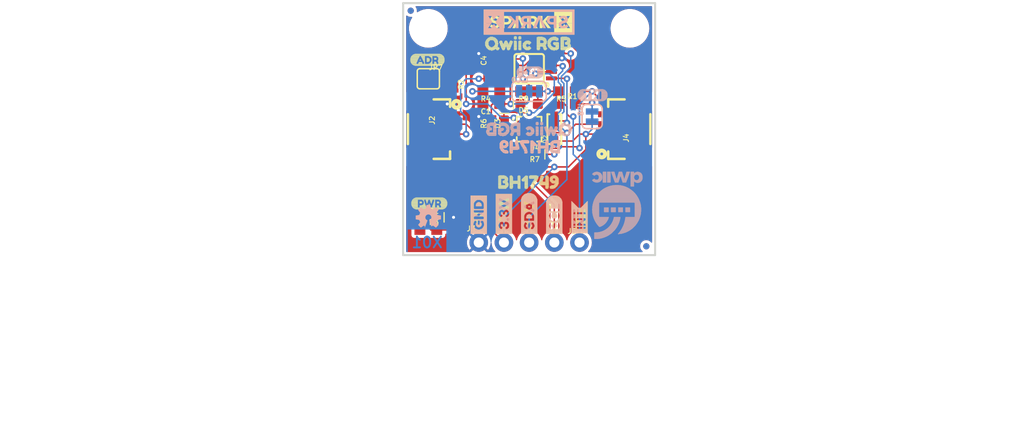
<source format=kicad_pcb>
(kicad_pcb (version 20211014) (generator pcbnew)
  (layers (0 "F.Cu" signal) (31 "B.Cu" signal) (34 "B.Paste" user) (35 "F.Paste" user) (36 "B.SilkS" user "B.Silkscreen") (37 "F.SilkS" user "F.Silkscreen") (38 "B.Mask" user) (39 "F.Mask" user) (44 "Edge.Cuts" user))
  (net 0 "")
  (net 1 "3.3V")
  (net 2 "GND")
  (net 3 "SCL")
  (net 4 "SDA")
  (net 5 "~{INT}")
  (net 6 "N$1")
  (net 7 "N$2")
  (net 8 "N$4")
  (net 9 "N$3")
  (net 10 "ADR")
  (net 11 "N$10")
  (net 12 "N$5")
  (net 13 "N$6")
  (net 14 "N$7")
  (net 15 "N$8")
  (net 16 "N$9")
  (net 17 "N$11")
  (footprint "eagleBoard:QWIIC_RGB2" (layer "F.Cu") (at 142.9131 96.3676)
    (fp_text reference "U$24" hide)
    (fp_text value "" hide)
  )
  (footprint "eagleBoard:SCL9" (layer "F.Cu") (at 151.0411 116.0526 90)
    (fp_text reference "U$26" hide)
    (fp_text value "" hide)
  )
  (footprint "eagleBoard:SPARKX-MEDIUM" (layer "F.Cu") (at 148.5011 94.2086)
    (fp_text reference "U$1" hide)
    (fp_text value "SPARKX-LOGO4" hide)
  )
  (footprint "eagleBoard:0603" (layer "F.Cu") (at 144.6911 105.0036 90)
    (fp_text reference "R6" (at 0 -0.762 90) (layer "F.SilkS") (effects (font (size 0.512064 0.512064) (thickness 0.097536)) (justify left)))
    (fp_text value "330")
    (pad "1" smd rect (at -0.85 0 90) (size 1.1 1) (layers "F.Cu" "F.Paste" "F.Mask") (net 15 "N$8"))
    (pad "2" smd rect (at 0.85 0 90) (size 1.1 1) (layers "F.Cu" "F.Paste" "F.Mask") (net 1 "3.3V"))
  )
  (footprint "eagleBoard:SMT-JUMPER_2_NO_SILK" (layer "F.Cu") (at 138.3411 99.9236)
    (fp_text reference "JP7" (at 0 -1.143) (layer "F.SilkS") (effects (font (size 0.512064 0.512064) (thickness 0.097536)) (justify left)))
    (fp_text value "ADR")
    (pad "1" smd rect (at -0.4064 0) (size 0.635 1.27) (layers "F.Cu" "F.Mask") (net 2 "GND"))
    (pad "2" smd rect (at 0.4064 0) (size 0.635 1.27) (layers "F.Cu" "F.Mask") (net 10 "ADR"))
  )
  (footprint "eagleBoard:0603" (layer "F.Cu") (at 144.6911 102.4636 180)
    (fp_text reference "C1" (at 0 -0.762) (layer "F.SilkS") (effects (font (size 0.512064 0.512064) (thickness 0.097536)) (justify right)))
    (fp_text value "0.1uF")
    (pad "1" smd rect (at -0.85 0 180) (size 1.1 1) (layers "F.Cu" "F.Paste" "F.Mask") (net 1 "3.3V"))
    (pad "2" smd rect (at 0.85 0 180) (size 1.1 1) (layers "F.Cu" "F.Paste" "F.Mask") (net 2 "GND"))
  )
  (footprint "eagleBoard:LED-0603" (layer "F.Cu") (at 148.5011 102.4636 180)
    (fp_text reference "D5" (at 0 -0.635) (layer "F.SilkS") (effects (font (size 0.512064 0.512064) (thickness 0.097536)) (justify right)))
    (fp_text value "BLUE")
    (pad "A" smd roundrect (at -0.877 0 90) (size 1 1) (layers "F.Cu" "F.Paste" "F.Mask") (roundrect_rratio 0.15) (net 17 "N$11"))
    (pad "C" smd roundrect (at 0.877 0 90) (size 1 1) (layers "F.Cu" "F.Paste" "F.Mask") (roundrect_rratio 0.15) (net 14 "N$7"))
  )
  (footprint "eagleBoard:SDA8" (layer "F.Cu") (at 148.5011 116.0526 90)
    (fp_text reference "U$27" hide)
    (fp_text value "" hide)
  )
  (footprint "eagleBoard:ADR-()-03" (layer "F.Cu") (at 136.4361 98.0186)
    (fp_text reference "U$17" hide)
    (fp_text value "" hide)
  )
  (footprint "eagleBoard:INT#-[_" (layer "F.Cu") (at 153.5811 116.1796 90)
    (fp_text reference "U$9" hide)
    (fp_text value "" hide)
  )
  (footprint "eagleBoard:0603" (layer "F.Cu") (at 152.3111 101.1936 180)
    (fp_text reference "R5" (at 0 -0.762) (layer "F.SilkS") (effects (font (size 0.512064 0.512064) (thickness 0.097536)) (justify right)))
    (fp_text value "2.2k")
    (pad "1" smd rect (at -0.85 0 180) (size 1.1 1) (layers "F.Cu" "F.Paste" "F.Mask") (net 3 "SCL"))
    (pad "2" smd rect (at 0.85 0 180) (size 1.1 1) (layers "F.Cu" "F.Paste" "F.Mask") (net 6 "N$1"))
  )
  (footprint "eagleBoard:0603" (layer "F.Cu") (at 144.6911 98.6536 90)
    (fp_text reference "C4" (at 0 -0.762 90) (layer "F.SilkS") (effects (font (size 0.512064 0.512064) (thickness 0.097536)) (justify left)))
    (fp_text value "0.1uF")
    (pad "1" smd rect (at -0.85 0 90) (size 1.1 1) (layers "F.Cu" "F.Paste" "F.Mask") (net 1 "3.3V"))
    (pad "2" smd rect (at 0.85 0 90) (size 1.1 1) (layers "F.Cu" "F.Paste" "F.Mask") (net 2 "GND"))
  )
  (footprint "eagleBoard:STAND-OFF" (layer "F.Cu") (at 158.6611 94.8436)
    (fp_text reference "JP4" hide)
    (fp_text value "STAND-OFF" hide)
    (pad "" np_thru_hole circle (at 0 0) (size 3.302 3.302) (drill 3.302) (layers *.Cu *.Mask))
  )
  (footprint "eagleBoard:0603" (layer "F.Cu") (at 140.8811 99.9236 -90)
    (fp_text reference "R2" (at 0 -0.762 90) (layer "F.SilkS") (effects (font (size 0.512064 0.512064) (thickness 0.097536)) (justify right)))
    (fp_text value "10k")
    (pad "1" smd rect (at -0.85 0 270) (size 1.1 1) (layers "F.Cu" "F.Paste" "F.Mask") (net 10 "ADR"))
    (pad "2" smd rect (at 0.85 0 270) (size 1.1 1) (layers "F.Cu" "F.Paste" "F.Mask") (net 1 "3.3V"))
  )
  (footprint "eagleBoard:1X04_1MM_RA" (layer "F.Cu") (at 156.1211 105.0036 90)
    (fp_text reference "J4" (at -1.397 2.159 90) (layer "F.SilkS") (effects (font (size 0.512064 0.512064) (thickness 0.097536)) (justify left)))
    (fp_text value "SMD")
    (pad "1" smd rect (at -1.5 0 90) (size 0.6 1.35) (layers "F.Cu" "F.Paste" "F.Mask") (net 2 "GND"))
    (pad "2" smd rect (at -0.5 0 90) (size 0.6 1.35) (layers "F.Cu" "F.Paste" "F.Mask") (net 1 "3.3V"))
    (pad "3" smd rect (at 0.5 0 90) (size 0.6 1.35) (layers "F.Cu" "F.Paste" "F.Mask") (net 4 "SDA"))
    (pad "4" smd rect (at 1.5 0 90) (size 0.6 1.35) (layers "F.Cu" "F.Paste" "F.Mask") (net 3 "SCL"))
    (pad "NC1" smd rect (at 2.8 3.675 90) (size 1.2 2) (layers "F.Cu" "F.Paste" "F.Mask"))
    (pad "NC2" smd rect (at -2.8 3.675 90) (size 1.2 2) (layers "F.Cu" "F.Paste" "F.Mask"))
  )
  (footprint "eagleBoard:0603" (layer "F.Cu") (at 144.6911 101.1936 180)
    (fp_text reference "R4" (at 0 -0.762) (layer "F.SilkS") (effects (font (size 0.512064 0.512064) (thickness 0.097536)) (justify right)))
    (fp_text value "2.2k")
    (pad "1" smd rect (at -0.85 0 180) (size 1.1 1) (layers "F.Cu" "F.Paste" "F.Mask") (net 4 "SDA"))
    (pad "2" smd rect (at 0.85 0 180) (size 1.1 1) (layers "F.Cu" "F.Paste" "F.Mask") (net 7 "N$2"))
  )
  (footprint "eagleBoard:STAND-OFF" (layer "F.Cu") (at 138.3411 94.8436)
    (fp_text reference "JP3" hide)
    (fp_text value "STAND-OFF" hide)
    (pad "" np_thru_hole circle (at 0 0) (size 3.302 3.302) (drill 3.302) (layers *.Cu *.Mask))
  )
  (footprint "eagleBoard:BH17493" (layer "F.Cu") (at 144.1831 110.3376)
    (fp_text reference "U$13" hide)
    (fp_text value "" hide)
  )
  (footprint "eagleBoard:0603" (layer "F.Cu") (at 138.3411 115.1636)
    (fp_text reference "R3" (at 0 -0.762) (layer "F.SilkS") (effects (font (size 0.512064 0.512064) (thickness 0.097536)) (justify left)))
    (fp_text value "1k")
    (pad "1" smd rect (at -0.85 0) (size 1.1 1) (layers "F.Cu" "F.Paste" "F.Mask") (net 9 "N$3"))
    (pad "2" smd rect (at 0.85 0) (size 1.1 1) (layers "F.Cu" "F.Paste" "F.Mask") (net 1 "3.3V"))
  )
  (footprint "eagleBoard:3#3V2" (layer "F.Cu") (at 145.9611 116.0526 90)
    (fp_text reference "U$21" hide)
    (fp_text value "" hide)
  )
  (footprint "eagleBoard:0603" (layer "F.Cu") (at 152.3111 102.4636)
    (fp_text reference "R1" (at 0 -0.762) (layer "F.SilkS") (effects (font (size 0.512064 0.512064) (thickness 0.097536)) (justify left)))
    (fp_text value "10k")
    (pad "1" smd rect (at -0.85 0) (size 1.1 1) (layers "F.Cu" "F.Paste" "F.Mask") (net 5 "~{INT}"))
    (pad "2" smd rect (at 0.85 0) (size 1.1 1) (layers "F.Cu" "F.Paste" "F.Mask") (net 8 "N$4"))
  )
  (footprint "eagleBoard:CREATIVE_COMMONS" (layer "F.Cu") (at 115.4811 135.4836)
    (fp_text reference "FRAME1" hide)
    (fp_text value "FRAME-LETTER" hide)
  )
  (footprint "eagleBoard:MICRO-FIDUCIAL" (layer "F.Cu") (at 136.5631 93.0656)
    (fp_text reference "JP6" hide)
    (fp_text value "FIDUCIALUFIDUCIAL" hide)
    (pad "1" smd roundrect (at 0 0) (size 0.635 0.635) (layers "F.Cu" "F.Mask") (roundrect_rratio 0.5))
  )
  (footprint "eagleBoard:BH1749NUC" (layer "F.Cu") (at 148.5011 105.0036)
    (fp_text reference "U1" (at -1 -1.5) (layer "F.SilkS") (effects (font (size 0.470611 0.470611) (thickness 0.037389)) (justify left)))
    (fp_text value "BH1749NUC")
    (pad "1" smd rect (at -0.85 -0.75 180) (size 0.5 0.25) (layers "F.Cu" "F.Paste" "F.Mask") (net 10 "ADR"))
    (pad "2" smd rect (at -0.85 -0.25 180) (size 0.5 0.25) (layers "F.Cu" "F.Paste" "F.Mask") (net 1 "3.3V"))
    (pad "3" smd rect (at -0.85 0.25 180) (size 0.5 0.25) (layers "F.Cu" "F.Paste" "F.Mask") (net 2 "GND"))
    (pad "4" smd rect (at -0.85 0.75 180) (size 0.5 0.25) (layers "F.Cu" "F.Paste" "F.Mask") (net 2 "GND"))
    (pad "5" smd rect (at 0.85 0.75) (size 0.5 0.25) (layers "F.Cu" "F.Paste" "F.Mask") (net 3 "SCL"))
    (pad "6" smd rect (at 0.85 0.25) (size 0.5 0.25) (layers "F.Cu" "F.Paste" "F.Mask") (net 4 "SDA"))
    (pad "7" smd rect (at 0.85 -0.25) (size 0.5 0.25) (layers "F.Cu" "F.Paste" "F.Mask") (net 5 "~{INT}"))
    (pad "8" smd rect (at 0.85 -0.75) (size 0.5 0.25) (layers "F.Cu" "F.Paste" "F.Mask"))
  )
  (footprint "eagleBoard:0603" (layer "F.Cu") (at 148.5011 101.1936 180)
    (fp_text reference "R8" (at 0 -0.762) (layer "F.SilkS") (effects (font (size 0.512064 0.512064) (thickness 0.097536)) (justify right)))
    (fp_text value "330")
    (pad "1" smd rect (at -0.85 0 180) (size 1.1 1) (layers "F.Cu" "F.Paste" "F.Mask") (net 17 "N$11"))
    (pad "2" smd rect (at 0.85 0 180) (size 1.1 1) (layers "F.Cu" "F.Paste" "F.Mask") (net 1 "3.3V"))
  )
  (footprint "eagleBoard:MICRO-FIDUCIAL" (layer "F.Cu") (at 160.3121 116.8146)
    (fp_text reference "JP2" hide)
    (fp_text value "FIDUCIALUFIDUCIAL" hide)
    (pad "1" smd roundrect (at 0 0) (size 0.635 0.635) (layers "F.Cu" "F.Mask") (roundrect_rratio 0.5))
  )
  (footprint "eagleBoard:LED-0603" (layer "F.Cu") (at 145.9611 105.0036 90)
    (fp_text reference "D3" (at 0 -0.635 90) (layer "F.SilkS") (effects (font (size 0.512064 0.512064) (thickness 0.097536)) (justify left)))
    (fp_text value "RED")
    (pad "A" smd roundrect (at -0.877 0) (size 1 1) (layers "F.Cu" "F.Paste" "F.Mask") (roundrect_rratio 0.15) (net 15 "N$8"))
    (pad "C" smd roundrect (at 0.877 0) (size 1 1) (layers "F.Cu" "F.Paste" "F.Mask") (roundrect_rratio 0.15) (net 12 "N$5"))
  )
  (footprint "eagleBoard:1X04_NO_SILK" (layer "F.Cu") (at 143.4211 116.4336)
    (fp_text reference "J3" (at -1.27 -1.397) (layer "F.SilkS") (effects (font (size 0.512064 0.512064) (thickness 0.097536)) (justify left)))
    (fp_text value "PTH")
    (pad "1" thru_hole circle (at 0 0 90) (size 1.8796 1.8796) (drill 1.016) (layers *.Cu *.Mask) (net 2 "GND"))
    (pad "2" thru_hole circle (at 2.54 0 90) (size 1.8796 1.8796) (drill 1.016) (layers *.Cu *.Mask) (net 1 "3.3V"))
    (pad "3" thru_hole circle (at 5.08 0 90) (size 1.8796 1.8796) (drill 1.016) (layers *.Cu *.Mask) (net 4 "SDA"))
    (pad "4" thru_hole circle (at 7.62 0 90) (size 1.8796 1.8796) (drill 1.016) (layers *.Cu *.Mask) (net 3 "SCL"))
  )
  (footprint "eagleBoard:1X01_NO_SILK" (layer "F.Cu") (at 153.5811 116.4336)
    (fp_text reference "J5" (at -1.27 -1.143) (layer "F.SilkS") (effects (font (size 0.512064 0.512064) (thickness 0.097536)) (justify left)))
    (fp_text value "")
    (pad "1" thru_hole circle (at 0 0 90) (size 1.8796 1.8796) (drill 1.016) (layers *.Cu *.Mask) (net 5 "~{INT}"))
  )
  (footprint "eagleBoard:0603" (layer "F.Cu") (at 148.5011 108.8136)
    (fp_text reference "R7" (at 0 -0.762) (layer "F.SilkS") (effects (font (size 0.512064 0.512064) (thickness 0.097536)) (justify left)))
    (fp_text value "330")
    (pad "1" smd rect (at -0.85 0) (size 1.1 1) (layers "F.Cu" "F.Paste" "F.Mask") (net 16 "N$9"))
    (pad "2" smd rect (at 0.85 0) (size 1.1 1) (layers "F.Cu" "F.Paste" "F.Mask") (net 1 "3.3V"))
  )
  (footprint "eagleBoard:SUPER_BRIGHT_SMD_LED_1206" (layer "F.Cu") (at 151.0411 105.0036 90)
    (fp_text reference "D2" (at -1.5 -0.9 90) (layer "F.SilkS") (effects (font (size 0.44323 0.44323) (thickness 0.06477)) (justify left)))
    (fp_text value "5700k")
    (pad "A" smd rect (at -1.2 0 180) (size 0.8 1) (layers "F.Cu" "F.Mask") (net 1 "3.3V"))
    (pad "C" smd rect (at 0.827 0 180) (size 0.8 1.9) (layers "F.Cu" "F.Mask") (net 11 "N$10"))
  )
  (footprint "eagleBoard:1X04_1MM_RA" (layer "F.Cu") (at 140.8811 105.0036 -90)
    (fp_text reference "J2" (at -1.397 2.159 90) (layer "F.SilkS") (effects (font (size 0.512064 0.512064) (thickness 0.097536)) (justify right)))
    (fp_text value "SMD")
    (pad "1" smd rect (at -1.5 0 270) (size 0.6 1.35) (layers "F.Cu" "F.Paste" "F.Mask") (net 2 "GND"))
    (pad "2" smd rect (at -0.5 0 270) (size 0.6 1.35) (layers "F.Cu" "F.Paste" "F.Mask") (net 1 "3.3V"))
    (pad "3" smd rect (at 0.5 0 270) (size 0.6 1.35) (layers "F.Cu" "F.Paste" "F.Mask") (net 4 "SDA"))
    (pad "4" smd rect (at 1.5 0 270) (size 0.6 1.35) (layers "F.Cu" "F.Paste" "F.Mask") (net 3 "SCL"))
    (pad "NC1" smd rect (at 2.8 3.675 270) (size 1.2 2) (layers "F.Cu" "F.Paste" "F.Mask"))
    (pad "NC2" smd rect (at -2.8 3.675 270) (size 1.2 2) (layers "F.Cu" "F.Paste" "F.Mask"))
  )
  (footprint "eagleBoard:LED-0603" (layer "F.Cu") (at 138.3411 113.8936)
    (fp_text reference "D1" (at 0 -0.635) (layer "F.SilkS") (effects (font (size 0.512064 0.512064) (thickness 0.097536)) (justify left)))
    (fp_text value "RED")
    (pad "A" smd roundrect (at -0.877 0 270) (size 1 1) (layers "F.Cu" "F.Paste" "F.Mask") (roundrect_rratio 0.15) (net 9 "N$3"))
    (pad "C" smd roundrect (at 0.877 0 270) (size 1 1) (layers "F.Cu" "F.Paste" "F.Mask") (roundrect_rratio 0.15) (net 2 "GND"))
  )
  (footprint "eagleBoard:GND1" (layer "F.Cu") (at 143.4211 116.0526 90)
    (fp_text reference "U$22" hide)
    (fp_text value "" hide)
  )
  (footprint "eagleBoard:LED-0603" (layer "F.Cu") (at 148.5011 107.5436)
    (fp_text reference "D4" (at 0 -0.635) (layer "F.SilkS") (effects (font (size 0.512064 0.512064) (thickness 0.097536)) (justify left)))
    (fp_text value "GREEN")
    (pad "A" smd roundrect (at -0.877 0 270) (size 1 1) (layers "F.Cu" "F.Paste" "F.Mask") (roundrect_rratio 0.15) (net 16 "N$9"))
    (pad "C" smd roundrect (at 0.877 0 270) (size 1 1) (layers "F.Cu" "F.Paste" "F.Mask") (roundrect_rratio 0.15) (net 13 "N$6"))
  )
  (footprint "eagleBoard:PWR-()-03" (layer "F.Cu") (at 136.5631 112.4966)
    (fp_text reference "U$16" hide)
    (fp_text value "" hide)
  )
  (footprint "eagleBoard:MSOP8" (layer "F.Cu") (at 148.5011 98.9076 180)
    (fp_text reference "U2" (at -1.143 -0.762) (layer "F.SilkS") (effects (font (size 0.470611 0.470611) (thickness 0.037389)) (justify right)))
    (fp_text value "PCA9536")
    (pad "1" smd rect (at -2.25 -0.975 90) (size 0.4 1.1) (layers "F.Cu" "F.Paste" "F.Mask") (net 11 "N$10"))
    (pad "2" smd rect (at -2.25 -0.325 90) (size 0.4 1.1) (layers "F.Cu" "F.Paste" "F.Mask") (net 12 "N$5"))
    (pad "3" smd rect (at -2.25 0.325 90) (size 0.4 1.1) (layers "F.Cu" "F.Paste" "F.Mask") (net 13 "N$6"))
    (pad "4" smd rect (at -2.25 0.975 90) (size 0.4 1.1) (layers "F.Cu" "F.Paste" "F.Mask") (net 2 "GND"))
    (pad "5" smd rect (at 2.25 0.975 90) (size 0.4 1.1) (layers "F.Cu" "F.Paste" "F.Mask") (net 14 "N$7"))
    (pad "6" smd rect (at 2.25 0.325 90) (size 0.4 1.1) (layers "F.Cu" "F.Paste" "F.Mask") (net 3 "SCL"))
    (pad "7" smd rect (at 2.25 -0.325 90) (size 0.4 1.1) (layers "F.Cu" "F.Paste" "F.Mask") (net 4 "SDA"))
    (pad "8" smd rect (at 2.25 -0.975 90) (size 0.4 1.1) (layers "F.Cu" "F.Paste" "F.Mask") (net 1 "3.3V"))
  )
  (footprint "eagleBoard:SDA8" (layer "B.Cu") (at 148.5011 116.0526 90)
    (fp_text reference "U$5" hide)
    (fp_text value "" hide)
  )
  (footprint "eagleBoard:MICRO-FIDUCIAL" (layer "B.Cu") (at 136.5631 93.0656 180)
    (fp_text reference "JP1" hide)
    (fp_text value "FIDUCIALUFIDUCIAL" hide)
    (pad "1" smd roundrect (at 0 0 180) (size 0.635 0.635) (layers "B.Cu" "B.Mask") (roundrect_rratio 0.5))
  )
  (footprint "eagleBoard:GND1" (layer "B.Cu") (at 143.4211 116.0526 90)
    (fp_text reference "U$3" hide)
    (fp_text value "" hide)
  )
  (footprint "eagleBoard:INT0" (layer "B.Cu") (at 156.5021 101.5746 180)
    (fp_text reference "U$20" hide)
    (fp_text value "" hide)
  )
  (footprint "eagleBoard:OSHW-LOGO-MINI" (layer "B.Cu") (at 138.3411 113.8936 180)
    (fp_text reference "LOGO1" hide)
    (fp_text value "OSHW-LOGOMINI" hide)
  )
  (footprint "eagleBoard:MICRO-FIDUCIAL" (layer "B.Cu") (at 160.3121 116.8146 180)
    (fp_text reference "JP5" hide)
    (fp_text value "FIDUCIALUFIDUCIAL" hide)
    (pad "1" smd roundrect (at 0 0 180) (size 0.635 0.635) (layers "B.Cu" "B.Mask") (roundrect_rratio 0.5))
  )
  (footprint "eagleBoard:SCL9" (layer "B.Cu") (at 151.0411 116.0526 90)
    (fp_text reference "U$6" hide)
    (fp_text value "" hide)
  )
  (footprint "eagleBoard:INT#-[_" (layer "B.Cu") (at 153.5811 116.1796 90)
    (fp_text reference "U$7" hide)
    (fp_text value "" hide)
  )
  (footprint "eagleBoard:BH17493" (layer "B.Cu") (at 152.8191 106.7816 180)
    (fp_text reference "U$11" hide)
    (fp_text value "" hide)
  )
  (footprint "eagleBoard:SPARKX-MEDIUM" (layer "B.Cu") (at 148.5011 94.2086 180)
    (fp_text reference "U$2" hide)
    (fp_text value "SPARKX-LOGO4" hide)
  )
  (footprint "eagleBoard:I_SUPER2_C-()-03" (layer "B.Cu") (at 150.0251 99.2886 180)
    (fp_text reference "U$10" hide)
    (fp_text value "" hide)
  )
  (footprint "eagleBoard:QWIIC-LOGO-MEDIUM" (layer "B.Cu") (at 157.3911 112.6236 180)
    (fp_text reference "U$8" hide)
    (fp_text value "" hide)
  )
  (footprint "eagleBoard:SMT-JUMPER_2_NC_TRACE_SILK" (layer "B.Cu") (at 154.8511 103.7336 -90)
    (fp_text reference "JP8" (at 0 1.143 -270) (layer "B.SilkS") (effects (font (size 0.512064 0.512064) (thickness 0.097536)) (justify right mirror)))
    (fp_text value "INT")
    (fp_poly (pts (xy -0.2032 -0.127) (xy 0.2032 -0.127) (xy 0.2032 0.127) (xy -0.2032 0.127)) (layer "B.Cu") (width 0) (fill solid))
    (pad "1" smd rect (at -0.508 0 270) (size 0.635 1.27) (layers "B.Cu" "B.Mask") (net 8 "N$4"))
    (pad "2" smd rect (at 0.508 0 270) (size 0.635 1.27) (layers "B.Cu" "B.Mask") (net 1 "3.3V"))
  )
  (footprint "eagleBoard:3#3V2" (layer "B.Cu") (at 145.9611 116.0526 90)
    (fp_text reference "U$4" hide)
    (fp_text value "" hide)
  )
  (footprint "eagleBoard:QWIIC_RGB2" (layer "B.Cu") (at 153.9621 105.0036 180)
    (fp_text reference "U$12" hide)
    (fp_text value "" hide)
  )
  (footprint "eagleBoard:SMT-JUMPER_3_2-NC_TRACE_SILK" (layer "B.Cu") (at 148.5011 101.1936 180)
    (fp_text reference "I2C0" (at 0 1.143) (layer "B.SilkS") (effects (font (size 0.512064 0.512064) (thickness 0.097536)) (justify left mirror)))
    (fp_text value "")
    (fp_poly (pts (xy -0.7112 -0.127) (xy -0.3048 -0.127) (xy -0.3048 0.127) (xy -0.7112 0.127)) (layer "B.Cu") (width 0) (fill solid))
    (fp_poly (pts (xy 0.3048 -0.127) (xy 0.7112 -0.127) (xy 0.7112 0.127) (xy 0.3048 0.127)) (layer "B.Cu") (width 0) (fill solid))
    (pad "1" smd rect (at -1.016 0 180) (size 0.635 1.27) (layers "B.Cu" "B.Mask") (net 6 "N$1"))
    (pad "2" smd rect (at 0 0 180) (size 0.635 1.27) (layers "B.Cu" "B.Mask") (net 1 "3.3V"))
    (pad "3" smd rect (at 1.016 0 180) (size 0.635 1.27) (layers "B.Cu" "B.Mask") (net 7 "N$2"))
  )
  (gr_line (start 135.8011 92.3036) (end 161.2011 92.3036) (layer "Edge.Cuts") (width 0.2032))
  (gr_line (start 135.8011 117.7036) (end 135.8011 92.3036) (layer "Edge.Cuts") (width 0.2032))
  (gr_line (start 161.2011 117.7036) (end 135.8011 117.7036) (layer "Edge.Cuts") (width 0.2032))
  (gr_line (start 161.2011 92.3036) (end 161.2011 117.7036) (layer "Edge.Cuts") (width 0.2032))
  (gr_text "X01" (at 138.2141 116.4336) (layer "B.Cu") (effects (font (size 1.0795 1.0795) (thickness 0.1905)) (justify mirror)))
  (segment (start 145.2011 99.5036) (end 145.5801 99.8826) (width 0.1524) (layer "F.Cu") (net 1))
  (segment (start 152.8891 106.2036) (end 151.0411 106.2036) (width 0.1524) (layer "F.Cu") (net 1))
  (segment (start 149.3511 108.8136) (end 151.0411 108.8136) (width 0.1524) (layer "F.Cu") (net 1))
  (segment (start 138.3411 114.9096) (end 138.3411 109.5756) (width 0.1524) (layer "F.Cu") (net 1))
  (segment (start 144.6911 99.5036) (end 145.2011 99.5036) (width 0.1524) (layer "F.Cu") (net 1))
  (segment (start 153.5891 105.5036) (end 152.8891 106.2036) (width 0.1524) (layer "F.Cu") (net 1))
  (segment (start 140.8811 100.7736) (end 140.8421 100.8126) (width 0.1524) (layer "F.Cu") (net 1))
  (segment (start 144.6911 102.5906) (end 144.8181 102.4636) (width 0.1524) (layer "F.Cu") (net 1))
  (segment (start 146.2511 99.8826) (end 146.2511 100.2136) (width 0.1524) (layer "F.Cu") (net 1))
  (segment (start 140.8811 104.5036) (end 139.2301 104.5036) (width 0.1524) (layer "F.Cu") (net 1))
  (segment (start 139.6111 100.8126) (end 139.2301 101.1936) (width 0.1524) (layer "F.Cu") (net 1))
  (segment (start 156.1211 105.5036) (end 154.2161 105.5036) (width 0.1524) (layer "F.Cu") (net 1))
  (segment (start 152.466368 108.8136) (end 154.2161 107.063869) (width 0.1524) (layer "F.Cu") (net 1))
  (segment (start 144.6911 104.1536) (end 144.6911 105.0036) (width 0.1524) (layer "F.Cu") (net 1))
  (segment (start 146.5961 102.4182) (end 146.6415 102.4636) (width 0.1524) (layer "F.Cu") (net 1))
  (segment (start 139.1911 115.1636) (end 144.6911 115.1636) (width 0.1524) (layer "F.Cu") (net 1))
  (segment (start 142.1511 104.4956) (end 142.1431 104.5036) (width 0.1524) (layer "F.Cu") (net 1))
  (segment (start 146.2511 100.2136) (end 146.5961 100.5586) (width 0.1524) (layer "F.Cu") (net 1))
  (segment (start 144.6911 105.0036) (end 146.971968 105.0036) (width 0.1524) (layer "F.Cu") (net 1))
  (segment (start 147.6511 101.1936) (end 146.5961 101.1936) (width 0.1524) (layer "F.Cu") (net 1))
  (segment (start 154.2161 107.063869) (end 154.2161 105.5036) (width 0.1524) (layer "F.Cu") (net 1))
  (segment (start 139.2301 108.6866) (end 139.2301 104.5036) (width 0.1524) (layer "F.Cu") (net 1))
  (segment (start 146.971968 105.0036) (end 147.221968 104.7536) (width 0.1524) (layer "F.Cu") (net 1))
  (segment (start 142.6591 105.0036) (end 142.1511 104.4956) (width 0.1524) (layer "F.Cu") (net 1))
  (segment (start 139.1911 115.1636) (end 138.5951 115.1636) (width 0.1524) (layer "F.Cu") (net 1))
  (segment (start 146.2511 99.8826) (end 145.5801 99.8826) (width 0.1524) (layer "F.Cu") (net 1))
  (segment (start 140.8421 100.8126) (end 139.6111 100.8126) (width 0.1524) (layer "F.Cu") (net 1))
  (segment (start 147.221968 104.7536) (end 147.6511 104.7536) (width 0.1524) (layer "F.Cu") (net 1))
  (segment (start 138.5951 115.1636) (end 138.3411 114.9096) (width 0.1524) (layer "F.Cu") (net 1))
  (segment (start 142.1431 104.5036) (end 140.8811 104.5036) (width 0.1524) (layer "F.Cu") (net 1))
  (segment (start 145.5411 102.4636) (end 146.6415 102.4636) (width 0.1524) (layer "F.Cu") (net 1))
  (segment (start 154.2161 105.5036) (end 153.5891 105.5036) (width 0.1524) (layer "F.Cu") (net 1))
  (segment (start 146.5961 101.1936) (end 146.5961 102.4182) (width 0.1524) (layer "F.Cu") (net 1))
  (segment (start 144.6911 105.0036) (end 142.6591 105.0036) (width 0.1524) (layer "F.Cu") (net 1))
  (segment (start 144.6911 104.1536) (end 144.6911 102.5906) (width 0.1524) (layer "F.Cu") (net 1))
  (segment (start 144.6911 115.1636) (end 145.9611 116.4336) (width 0.1524) (layer "F.Cu") (net 1))
  (segment (start 138.3411 109.5756) (end 139.2301 108.6866) (width 0.1524) (layer "F.Cu") (net 1))
  (segment (start 144.8181 102.4636) (end 145.5411 102.4636) (width 0.1524) (layer "F.Cu") (net 1))
  (segment (start 151.0411 108.8136) (end 152.466368 108.8136) (width 0.1524) (layer "F.Cu") (net 1))
  (segment (start 139.2301 104.5036) (end 139.2301 101.1936) (width 0.1524) (layer "F.Cu") (net 1))
  (segment (start 146.5961 100.5586) (end 146.5961 101.1936) (width 0.1524) (layer "F.Cu") (net 1))
  (via (at 146.6415 102.4636) (size 0.6604) (drill 0.3048) (layers "F.Cu" "B.Cu") (net 1))
  (via (at 151.0411 108.8136) (size 0.6604) (drill 0.3048) (layers "F.Cu" "B.Cu") (net 1))
  (via (at 154.2161 105.5036) (size 0.6604) (drill 0.3048) (layers "F.Cu" "B.Cu") (net 1))
  (segment (start 154.8511 104.2416) (end 154.8511 105.0036) (width 0.1524) (layer "B.Cu") (net 1))
  (segment (start 145.9611 113.8936) (end 145.9611 116.4336) (width 0.1524) (layer "B.Cu") (net 1))
  (segment (start 146.6415 102.4636) (end 148.2471 102.4636) (width 0.1524) (layer "B.Cu") (net 1))
  (segment (start 148.5011 102.2096) (end 148.5011 101.1936) (width 0.1524) (layer "B.Cu") (net 1))
  (segment (start 154.8511 105.0036) (end 154.3511 105.5036) (width 0.1524) (layer "B.Cu") (net 1))
  (segment (start 148.2471 102.4636) (end 148.5011 102.2096) (width 0.1524) (layer "B.Cu") (net 1))
  (segment (start 154.3511 105.5036) (end 154.2161 105.5036) (width 0.1524) (layer "B.Cu") (net 1))
  (segment (start 151.0411 108.8136) (end 145.9611 113.8936) (width 0.1524) (layer "B.Cu") (net 1))
  (segment (start 150.7511 97.9326) (end 151.7113 97.9326) (width 0.1524) (layer "F.Cu") (net 2))
  (segment (start 151.7113 97.9326) (end 151.8031 97.8408) (width 0.1524) (layer "F.Cu") (net 2))
  (via (at 146.9771 106.1466) (size 0.6604) (drill 0.3048) (layers "F.Cu" "B.Cu") (net 2))
  (via (at 143.4211 103.7336) (size 0.6604) (drill 0.3048) (layers "F.Cu" "B.Cu") (net 2))
  (via (at 143.4211 97.3836) (size 0.6604) (drill 0.3048) (layers "F.Cu" "B.Cu") (net 2))
  (via (at 140.2461 102.4636) (size 0.6604) (drill 0.3048) (layers "F.Cu" "B.Cu") (net 2))
  (via (at 140.8811 113.8936) (size 0.6604) (drill 0.3048) (layers "F.Cu" "B.Cu") (net 2))
  (via (at 151.8031 97.8408) (size 0.6604) (drill 0.3048) (layers "F.Cu" "B.Cu") (net 2))
  (segment (start 153.4541 106.7816) (end 151.686387 106.7816) (width 0.1524) (layer "F.Cu") (net 3))
  (segment (start 150.0251 105.8926) (end 150.0251 106.7816) (width 0.1524) (layer "F.Cu") (net 3))
  (segment (start 153.5811 106.9086) (end 153.4541 106.7816) (width 0.1524) (layer "F.Cu") (net 3))
  (segment (start 148.5011 110.0836) (end 151.0411 112.6236) (width 0.1524) (layer "F.Cu") (net 3))
  (segment (start 150.546412 106.9322) (end 150.395812 106.7816) (width 0.1524) (layer "F.Cu") (net 3))
  (segment (start 151.0411 112.6236) (end 151.0411 116.4336) (width 0.1524) (layer "F.Cu") (net 3))
  (segment (start 153.1611 101.1936) (end 154.8511 101.1936) (width 0.1524) (layer "F.Cu") (net 3))
  (segment (start 154.8511 101.1936) (end 156.1211 102.4636) (width 0.1524) (layer "F.Cu") (net 3))
  (segment (start 150.0251 96.6216) (end 152.8191 96.6216) (width 0.1524) (layer "F.Cu") (net 3))
  (segment (start 149.3511 105.7536) (end 149.8861 105.7536) (width 0.1524) (layer "F.Cu") (net 3))
  (segment (start 153.5811 97.3836) (end 153.5811 99.5426) (width 0.1524) (layer "F.Cu") (net 3))
  (segment (start 156.1211 102.4636) (end 156.1211 103.5036) (width 0.1524) (layer "F.Cu") (net 3))
  (segment (start 151.535787 106.9322) (end 150.546412 106.9322) (width 0.1524) (layer "F.Cu") (net 3))
  (segment (start 148.5011 106.7816) (end 148.5011 110.0836) (width 0.1524) (layer "F.Cu") (net 3))
  (segment (start 143.4211 106.7816) (end 148.5011 106.7816) (width 0.1524) (layer "F.Cu") (net 3))
  (segment (start 146.2511 98.5826) (end 148.0641 98.5826) (width 0.1524) (layer "F.Cu") (net 3))
  (segment (start 143.1431 106.5036) (end 143.4211 106.7816) (width 0.1524) (layer "F.Cu") (net 3))
  (segment (start 148.0641 98.5826) (end 150.0251 96.6216) (width 0.1524) (layer "F.Cu") (net 3))
  (segment (start 151.686387 106.7816) (end 151.535787 106.9322) (width 0.1524) (layer "F.Cu") (net 3))
  (segment (start 153.1611 99.9626) (end 153.5811 99.5426) (width 0.1524) (layer "F.Cu") (net 3))
  (segment (start 150.0251 106.7816) (end 148.5011 106.7816) (width 0.1524) (layer "F.Cu") (net 3))
  (segment (start 149.8861 105.7536) (end 150.0251 105.8926) (width 0.1524) (layer "F.Cu") (net 3))
  (segment (start 140.8811 106.5036) (end 143.1431 106.5036) (width 0.1524) (layer "F.Cu") (net 3))
  (segment (start 152.8191 96.6216) (end 153.5811 97.3836) (width 0.1524) (layer "F.Cu") (net 3))
  (segment (start 153.1611 101.1936) (end 153.1611 99.9626) (width 0.1524) (layer "F.Cu") (net 3))
  (segment (start 150.395812 106.7816) (end 150.0251 106.7816) (width 0.1524) (layer "F.Cu") (net 3))
  (via (at 154.8511 101.1936) (size 0.6604) (drill 0.3048) (layers "F.Cu" "B.Cu") (net 3))
  (via (at 153.5811 106.9086) (size 0.6604) (drill 0.3048) (layers "F.Cu" "B.Cu") (net 3))
  (segment (start 154.8511 101.1936) (end 153.5811 102.4636) (width 0.1524) (layer "B.Cu") (net 3))
  (segment (start 153.5811 102.4636) (end 153.5811 106.9086) (width 0.1524) (layer "B.Cu") (net 3))
  (segment (start 152.3111 105.3846) (end 152.2429 105.3846) (width 0.1524) (layer "F.Cu") (net 4))
  (segment (start 149.3511 105.2536) (end 150.444812 105.2536) (width 0.1524) (layer "F.Cu") (net 4))
  (segment (start 144.096412 98.725) (end 145.285787 98.725) (width 0.1524) (layer "F.Cu") (net 4))
  (segment (start 140.8811 105.5036) (end 142.1431 105.5036) (width 0.1524) (layer "F.Cu") (net 4))
  (segment (start 152.136168 97.3836) (end 152.6921 97.3836) (width 0.1524) (layer "F.Cu") (net 4))
  (segment (start 152.2135 105.3552) (end 150.546412 105.3552) (width 0.1524) (layer "F.Cu") (net 4))
  (segment (start 144.096412 100.2822) (end 143.9625 100.148288) (width 0.1524) (layer "F.Cu") (net 4))
  (segment (start 153.1921 104.5036) (end 156.1211 104.5036) (width 0.1524) (layer "F.Cu") (net 4))
  (segment (start 145.285787 98.725) (end 145.793387 99.2326) (width 0.1524) (layer "F.Cu") (net 4))
  (segment (start 144.6297 100.2822) (end 144.096412 100.2822) (width 0.1524) (layer "F.Cu") (net 4))
  (segment (start 149.8727 97.282) (end 152.034568 97.282) (width 0.1524) (layer "F.Cu") (net 4))
  (segment (start 143.4211 99.9236) (end 143.9625 99.9236) (width 0.1524) (layer "F.Cu") (net 4))
  (segment (start 153.1921 104.5036) (end 152.3111 105.3846) (width 0.1524) (layer "F.Cu") (net 4))
  (segment (start 152.2429 105.3846) (end 152.2135 105.3552) (width 0.1524) (layer "F.Cu") (net 4))
  (segment (start 150.444812 105.2536) (end 150.546412 105.3552) (width 0.1524) (layer "F.Cu") (net 4))
  (segment (start 147.9221 99.2326) (end 149.8727 97.282) (width 0.1524) (layer "F.Cu") (net 4))
  (segment (start 145.793387 99.2326) (end 146.2511 99.2326) (width 0.1524) (layer "F.Cu") (net 4))
  (segment (start 145.5411 101.1936) (end 144.6297 100.2822) (width 0.1524) (layer "F.Cu") (net 4))
  (segment (start 146.2511 99.2326) (end 147.9221 99.2326) (width 0.1524) (layer "F.Cu") (net 4))
  (segment (start 143.9625 98.858913) (end 144.096412 98.725) (width 0.1524) (layer "F.Cu") (net 4))
  (segment (start 143.9625 99.9236) (end 143.9625 98.858913) (width 0.1524) (layer "F.Cu") (net 4))
  (segment (start 143.9625 100.148288) (end 143.9625 99.9236) (width 0.1524) (layer "F.Cu") (net 4))
  (segment (start 152.034568 97.282) (end 152.136168 97.3836) (width 0.1524) (layer "F.Cu") (net 4))
  (segment (start 142.1431 105.5036) (end 142.1511 105.5116) (width 0.1524) (layer "F.Cu") (net 4))
  (via (at 152.6921 97.3836) (size 0.6604) (drill 0.3048) (layers "F.Cu" "B.Cu") (net 4))
  (via (at 152.3111 105.3846) (size 0.6604) (drill 0.3048) (layers "F.Cu" "B.Cu") (net 4))
  (via (at 143.4211 99.9236) (size 0.6604) (drill 0.3048) (layers "F.Cu" "B.Cu") (net 4))
  (via (at 142.1511 105.5116) (size 0.6604) (drill 0.3048) (layers "F.Cu" "B.Cu") (net 4))
  (segment (start 151.7523 100.155069) (end 152.0063 100.409069) (width 0.1524) (layer "B.Cu") (net 4))
  (segment (start 142.1511 99.9236) (end 143.4211 99.9236) (width 0.1524) (layer "B.Cu") (net 4))
  (segment (start 148.5011 116.4336) (end 148.5011 113.8936) (width 0.1524) (layer "B.Cu") (net 4))
  (segment (start 151.7523 103.502132) (end 151.7523 104.854069) (width 0.1524) (layer "B.Cu") (net 4))
  (segment (start 152.6921 97.3836) (end 152.6921 98.752332) (width 0.1524) (layer "B.Cu") (net 4))
  (segment (start 151.7523 99.692132) (end 151.7523 100.155069) (width 0.1524) (layer "B.Cu") (net 4))
  (segment (start 141.5923 100.4824) (end 142.1511 99.9236) (width 0.1524) (layer "B.Cu") (net 4))
  (segment (start 152.3111 105.412869) (end 152.3111 105.3846) (width 0.1524) (layer "B.Cu") (net 4))
  (segment (start 142.1511 105.5116) (end 142.1511 103.761869) (width 0.1524) (layer "B.Cu") (net 4))
  (segment (start 152.6921 98.752332) (end 151.7523 99.692132) (width 0.1524) (layer "B.Cu") (net 4))
  (segment (start 151.7523 104.854069) (end 152.3111 105.412869) (width 0.1524) (layer "B.Cu") (net 4))
  (segment (start 152.0063 103.248132) (end 151.7523 103.502132) (width 0.1524) (layer "B.Cu") (net 4))
  (segment (start 142.1511 103.761869) (end 141.5923 103.203069) (width 0.1524) (layer "B.Cu") (net 4))
  (segment (start 141.5923 103.203069) (end 141.5923 100.4824) (width 0.1524) (layer "B.Cu") (net 4))
  (segment (start 148.5011 113.8936) (end 152.3111 110.0836) (width 0.1524) (layer "B.Cu") (net 4))
  (segment (start 152.0063 100.409069) (end 152.0063 103.248132) (width 0.1524) (layer "B.Cu") (net 4))
  (segment (start 152.3111 110.0836) (end 152.3111 105.412869) (width 0.1524) (layer "B.Cu") (net 4))
  (segment (start 152.3111 102.7176) (end 152.3111 103.4796) (width 0.1524) (layer "F.Cu") (net 5))
  (segment (start 149.7671 104.7536) (end 150.0251 104.4956) (width 0.1524) (layer "F.Cu") (net 5))
  (segment (start 151.4611 102.4636) (end 152.0571 102.4636) (width 0.1524) (layer "F.Cu") (net 5))
  (segment (start 150.6601 102.4636) (end 150.0251 103.0986) (width 0.1524) (layer "F.Cu") (net 5))
  (segment (start 152.5651 103.7336) (end 152.9461 103.7336) (width 0.1524) (layer "F.Cu") (net 5))
  (segment (start 149.3511 104.7536) (end 149.7671 104.7536) (width 0.1524) (layer "F.Cu") (net 5))
  (segment (start 152.3111 103.4796) (end 152.5651 103.7336) (width 0.1524) (layer "F.Cu") (net 5))
  (segment (start 151.4611 102.4636) (end 150.6601 102.4636) (width 0.1524) (layer "F.Cu") (net 5))
  (segment (start 152.0571 102.4636) (end 152.3111 102.7176) (width 0.1524) (layer "F.Cu") (net 5))
  (segment (start 150.0251 104.4956) (end 150.0251 103.0986) (width 0.1524) (layer "F.Cu") (net 5))
  (via (at 152.9461 103.7336) (size 0.6604) (drill 0.3048) (layers "F.Cu" "B.Cu") (net 5))
  (segment (start 153.5811 116.4336) (end 153.5811 108.1786) (width 0.1524) (layer "B.Cu") (net 5))
  (segment (start 152.9461 107.5436) (end 152.9461 103.7336) (width 0.1524) (layer "B.Cu") (net 5))
  (segment (start 153.5811 108.1786) (end 152.9461 107.5436) (width 0.1524) (layer "B.Cu") (net 5))
  (segment (start 150.3837 101.1936) (end 151.4611 101.1936) (width 0.1524) (layer "F.Cu") (net 6))
  (via (at 150.3837 101.1936) (size 0.6604) (drill 0.3048) (layers "F.Cu" "B.Cu") (net 6))
  (segment (start 149.5171 101.1936) (end 150.3837 101.1936) (width 0.1524) (layer "B.Cu") (net 6))
  (segment (start 143.8411 101.1936) (end 142.7861 101.1936) (width 0.1524) (layer "F.Cu") (net 7))
  (via (at 142.7861 101.1936) (size 0.6604) (drill 0.3048) (layers "F.Cu" "B.Cu") (net 7))
  (segment (start 142.7861 101.1936) (end 147.4851 101.1936) (width 0.1524) (layer "B.Cu") (net 7))
  (segment (start 154.7241 102.4636) (end 154.8511 102.3366) (width 0.1524) (layer "F.Cu") (net 8))
  (segment (start 153.1611 102.4636) (end 154.7241 102.4636) (width 0.1524) (layer "F.Cu") (net 8))
  (via (at 154.8511 102.3366) (size 0.6604) (drill 0.3048) (layers "F.Cu" "B.Cu") (net 8))
  (segment (start 154.8511 102.3366) (end 154.8511 103.2256) (width 0.1524) (layer "B.Cu") (net 8))
  (segment (start 137.4641 113.8936) (end 137.4641 115.1366) (width 0.1524) (layer "F.Cu") (net 9))
  (segment (start 137.4641 115.1366) (end 137.4911 115.1636) (width 0.1524) (layer "F.Cu") (net 9))
  (segment (start 140.8811 99.0736) (end 141.6821 99.0736) (width 0.1524) (layer "F.Cu") (net 10))
  (segment (start 140.8811 99.0736) (end 140.2071 99.0736) (width 0.1524) (layer "F.Cu") (net 10))
  (segment (start 139.3571 99.9236) (end 138.7475 99.9236) (width 0.1524) (layer "F.Cu") (net 10))
  (segment (start 140.2071 99.0736) (end 139.3571 99.9236) (width 0.1524) (layer "F.Cu") (net 10))
  (segment (start 142.1511 99.5426) (end 142.1511 102.4636) (width 0.1524) (layer "F.Cu") (net 10))
  (segment (start 147.6511 104.2536) (end 147.6391 104.2416) (width 0.1524) (layer "F.Cu") (net 10))
  (segment (start 147.3367 104.2536) (end 146.9437 103.8606) (width 0.1524) (layer "F.Cu") (net 10))
  (segment (start 141.6821 99.0736) (end 142.1511 99.5426) (width 0.1524) (layer "F.Cu") (net 10))
  (segment (start 147.3367 104.2536) (end 147.6511 104.2536) (width 0.1524) (layer "F.Cu") (net 10))
  (via (at 142.1511 102.4636) (size 0.6604) (drill 0.3048) (layers "F.Cu" "B.Cu") (net 10))
  (via (at 146.9437 103.8606) (size 0.6604) (drill 0.3048) (layers "F.Cu" "B.Cu") (net 10))
  (segment (start 146.9437 103.8606) (end 145.7071 103.8606) (width 0.1524) (layer "B.Cu") (net 10))
  (segment (start 145.7071 103.8606) (end 144.3101 102.4636) (width 0.1524) (layer "B.Cu") (net 10))
  (segment (start 144.3101 102.4636) (end 142.1511 102.4636) (width 0.1524) (layer "B.Cu") (net 10))
  (segment (start 151.0411 104.1766) (end 152.1191 104.1766) (width 0.1524) (layer "F.Cu") (net 11))
  (segment (start 150.7511 99.8826) (end 152.2701 99.8826) (width 0.1524) (layer "F.Cu") (net 11))
  (segment (start 152.2701 99.8826) (end 152.3111 99.9236) (width 0.1524) (layer "F.Cu") (net 11))
  (segment (start 152.1191 104.1766) (end 152.3111 104.3686) (width 0.1524) (layer "F.Cu") (net 11))
  (via (at 152.3111 99.9236) (size 0.6604) (drill 0.3048) (layers "F.Cu" "B.Cu") (net 11))
  (via (at 152.3111 104.3686) (size 0.6604) (drill 0.3048) (layers "F.Cu" "B.Cu") (net 11))
  (segment (start 152.3111 99.9236) (end 152.3111 104.3686) (width 0.1524) (layer "B.Cu") (net 11))
  (segment (start 150.7511 99.2326) (end 149.3191 99.2326) (width 0.1524) (layer "F.Cu") (net 12))
  (segment (start 145.9611 103.4796) (end 145.9611 104.1266) (width 0.1524) (layer "F.Cu") (net 12))
  (segment (start 147.225968 103.3526) (end 147.175168 103.3018) (width 0.1524) (layer "F.Cu") (net 12))
  (segment (start 149.3191 99.2326) (end 149.1361 99.4156) (width 0.1524) (layer "F.Cu") (net 12))
  (segment (start 148.5011 103.3526) (end 147.225968 103.3526) (width 0.1524) (layer "F.Cu") (net 12))
  (segment (start 147.175168 103.3018) (end 146.1389 103.3018) (width 0.1524) (layer "F.Cu") (net 12))
  (segment (start 146.1389 103.3018) (end 145.9611 103.4796) (width 0.1524) (layer "F.Cu") (net 12))
  (via (at 149.1361 99.4156) (size 0.6604) (drill 0.3048) (layers "F.Cu" "B.Cu") (net 12))
  (via (at 148.5011 103.3526) (size 0.6604) (drill 0.3048) (layers "F.Cu" "B.Cu") (net 12))
  (segment (start 151.0411 99.9236) (end 151.0411 101.326469) (width 0.1524) (layer "B.Cu") (net 12))
  (segment (start 151.0411 101.326469) (end 149.014968 103.3526) (width 0.1524) (layer "B.Cu") (net 12))
  (segment (start 150.5331 99.4156) (end 151.0411 99.9236) (width 0.1524) (layer "B.Cu") (net 12))
  (segment (start 149.014968 103.3526) (end 148.5011 103.3526) (width 0.1524) (layer "B.Cu") (net 12))
  (segment (start 149.1361 99.4156) (end 150.5331 99.4156) (width 0.1524) (layer "B.Cu") (net 12))
  (segment (start 151.8793 98.6536) (end 151.7523 98.6536) (width 0.1524) (layer "F.Cu") (net 13))
  (segment (start 151.7523 98.6536) (end 151.6813 98.5826) (width 0.1524) (layer "F.Cu") (net 13))
  (segment (start 151.6813 98.5826) (end 150.7511 98.5826) (width 0.1524) (layer "F.Cu") (net 13))
  (segment (start 149.3781 107.5436) (end 151.0411 107.5436) (width 0.1524) (layer "F.Cu") (net 13))
  (via (at 151.8793 98.6536) (size 0.6604) (drill 0.3048) (layers "F.Cu" "B.Cu") (net 13))
  (via (at 151.0411 107.5436) (size 0.6604) (drill 0.3048) (layers "F.Cu" "B.Cu") (net 13))
  (segment (start 151.7015 100.535325) (end 151.4475 100.281325) (width 0.1524) (layer "B.Cu") (net 13))
  (segment (start 151.8793 99.134075) (end 151.4475 99.565875) (width 0.1524) (layer "B.Cu") (net 13))
  (segment (start 151.7523 105.412125) (end 151.4475 105.107325) (width 0.1524) (layer "B.Cu") (net 13))
  (segment (start 151.4475 105.107325) (end 151.4475 103.375875) (width 0.1524) (layer "B.Cu") (net 13))
  (segment (start 151.0411 107.5436) (end 151.7523 106.8324) (width 0.1524) (layer "B.Cu") (net 13))
  (segment (start 151.8793 98.6536) (end 151.8793 99.134075) (width 0.1524) (layer "B.Cu") (net 13))
  (segment (start 151.4475 99.565875) (end 151.4475 100.281325) (width 0.1524) (layer "B.Cu") (net 13))
  (segment (start 151.4475 103.375875) (end 151.7015 103.121875) (width 0.1524) (layer "B.Cu") (net 13))
  (segment (start 151.7015 103.121875) (end 151.7015 100.535325) (width 0.1524) (layer "B.Cu") (net 13))
  (segment (start 151.7523 106.8324) (end 151.7523 105.412125) (width 0.1524) (layer "B.Cu") (net 13))
  (segment (start 147.8251 97.9326) (end 147.8661 97.8916) (width 0.1524) (layer "F.Cu") (net 14))
  (segment (start 148.5011 100.5586) (end 147.8661 99.9236) (width 0.1524) (layer "F.Cu") (net 14))
  (segment (start 146.2511 97.9326) (end 147.8251 97.9326) (width 0.1524) (layer "F.Cu") (net 14))
  (segment (start 148.1201 102.4636) (end 147.6241 102.4636) (width 0.1524) (layer "F.Cu") (net 14))
  (segment (start 148.5011 102.0826) (end 148.1201 102.4636) (width 0.1524) (layer "F.Cu") (net 14))
  (segment (start 148.5011 102.0826) (end 148.5011 100.5586) (width 0.1524) (layer "F.Cu") (net 14))
  (via (at 147.8661 99.9236) (size 0.6604) (drill 0.3048) (layers "F.Cu" "B.Cu") (net 14))
  (via (at 147.8661 97.8916) (size 0.6604) (drill 0.3048) (layers "F.Cu" "B.Cu") (net 14))
  (segment (start 147.8661 99.9236) (end 147.8661 97.8916) (width 0.1524) (layer "B.Cu") (net 14))
  (segment (start 144.6911 105.8536) (end 145.9341 105.8536) (width 0.1524) (layer "F.Cu") (net 15))
  (segment (start 145.9341 105.8536) (end 145.9611 105.8806) (width 0.1524) (layer "F.Cu") (net 15))
  (segment (start 147.6511 107.5706) (end 147.6511 108.8136) (width 0.1524) (layer "F.Cu") (net 16))
  (segment (start 147.6241 107.5436) (end 147.6511 107.5706) (width 0.1524) (layer "F.Cu") (net 16))
  (segment (start 149.3511 101.1936) (end 149.3781 101.2206) (width 0.1524) (layer "F.Cu") (net 17))
  (segment (start 149.3781 101.2206) (end 149.3781 102.4636) (width 0.1524) (layer "F.Cu") (net 17))
  (zone (net 2) (net_name "GND") (layer "F.Cu") (priority 6) (connect_pads (clearance 0.3048)) (min_thickness 0.1016) (fill yes (thermal_gap 0.2532) (thermal_bridge_width 0.2532))
    (polygon (pts (xy 161.3027 117.8052) (xy 135.6995 117.8052) (xy 135.6995 92.202) (xy 161.3027 92.202)))
  )
  (zone (net 2) (net_name "GND") (layer "B.Cu") (priority 6) (connect_pads (clearance 0.3048)) (min_thickness 0.1016) (fill yes (thermal_gap 0.2532) (thermal_bridge_width 0.2532))
    (polygon (pts (xy 161.3027 117.8052) (xy 135.6995 117.8052) (xy 135.6995 92.202) (xy 161.3027 92.202)))
  )
)
</source>
